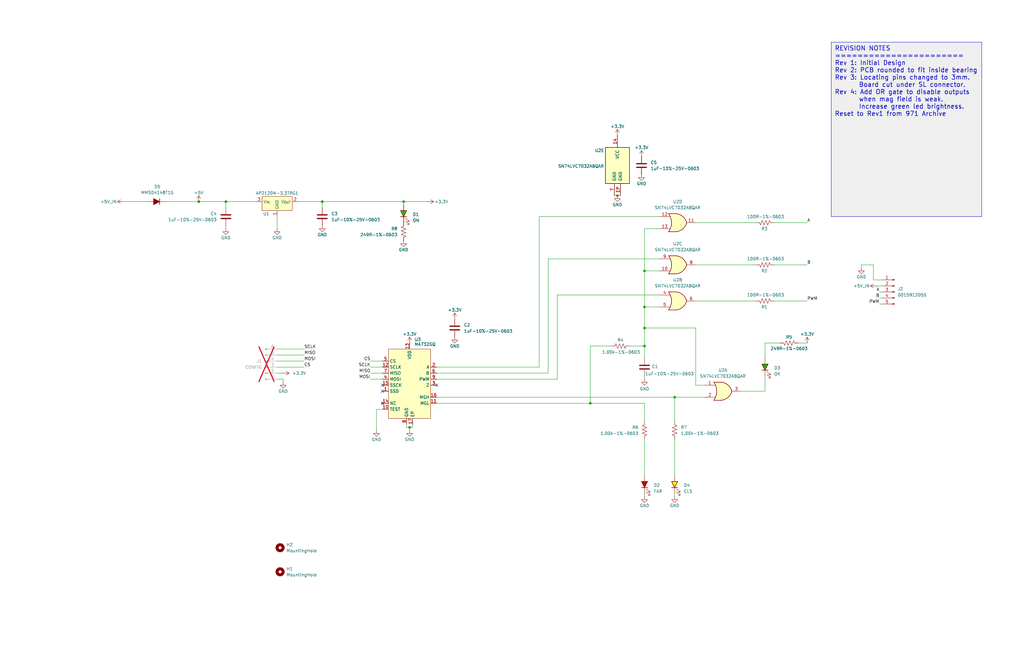
<source format=kicad_sch>
(kicad_sch (version 20250114) (generator "eeschema") (generator_version "9.0")
  (paper "B")
  (title_block (title "WCP Mag Encoder (WCP-2435)") (date "2025-09-20") (rev "1"))
  (lib_symbols
    (symbol "74LS32_1" (pin_names (offset 1.016))
      (property "Reference" "U3" (at 0 8.89 0))
      (property "Value" "SN74LVC7032ABQAR" (at 0 6.35 0))
      (symbol "74LS32_1_1_1"
        (pin input line (at -7.62 2.54 0) (length 4.318) (name "~") (number "1"))
        (pin input line (at -7.62 -2.54 0) (length 4.318) (name "~") (number "2"))
        (pin output line (at 7.62 0 180) (length 3.81) (name "~") (number "3"))
      )
      (symbol "74LS32_1_1_2"
        (pin input inverted (at -7.62 2.54 0) (length 3.81) (name "~") (number "1"))
        (pin input inverted (at -7.62 -2.54 0) (length 3.81) (name "~") (number "2"))
        (pin output inverted (at 7.62 0 180) (length 3.81) (name "~") (number "3"))
      )
      (symbol "74LS32_1_2_1"
        (pin input line (at -7.62 2.54 0) (length 4.318) (name "~") (number "4"))
        (pin input line (at -7.62 -2.54 0) (length 4.318) (name "~") (number "5"))
        (pin output line (at 7.62 0 180) (length 3.81) (name "~") (number "6"))
      )
      (symbol "74LS32_1_2_2"
        (pin input inverted (at -7.62 2.54 0) (length 3.81) (name "~") (number "4"))
        (pin input inverted (at -7.62 -2.54 0) (length 3.81) (name "~") (number "5"))
        (pin output inverted (at 7.62 0 180) (length 3.81) (name "~") (number "6"))
      )
      (symbol "74LS32_1_3_1"
        (pin input line (at -7.62 2.54 0) (length 4.318) (name "~") (number "9"))
        (pin input line (at -7.62 -2.54 0) (length 4.318) (name "~") (number "10"))
        (pin output line (at 7.62 0 180) (length 3.81) (name "~") (number "8"))
      )
      (symbol "74LS32_1_3_2"
        (pin input inverted (at -7.62 2.54 0) (length 3.81) (name "~") (number "9"))
        (pin input inverted (at -7.62 -2.54 0) (length 3.81) (name "~") (number "10"))
        (pin output inverted (at 7.62 0 180) (length 3.81) (name "~") (number "8"))
      )
      (symbol "74LS32_1_4_1"
        (pin input line (at -7.62 2.54 0) (length 4.318) (name "~") (number "12"))
        (pin input line (at -7.62 -2.54 0) (length 4.318) (name "~") (number "13"))
        (pin output line (at 7.62 0 180) (length 3.81) (name "~") (number "11"))
      )
      (symbol "74LS32_1_4_2"
        (pin input inverted (at -7.62 2.54 0) (length 3.81) (name "~") (number "12"))
        (pin input inverted (at -7.62 -2.54 0) (length 3.81) (name "~") (number "13"))
        (pin output inverted (at 7.62 0 180) (length 3.81) (name "~") (number "11"))
      )
      (symbol "74LS32_1_5_0"
        (pin power_in line (at -1.27 -12.7 90) (length 5.08) (name "GND") (number "7"))
        (pin power_in line (at 0 12.7 270) (length 5.08) (name "VCC") (number "14"))
        (pin power_in line (at 1.27 -12.7 90) (length 5.08) (name "GND") (number "EP"))
      )
    )
    (symbol "74LS32_2" (pin_names (offset 1.016))
      (property "Reference" "U3" (at 0 8.89 0))
      (property "Value" "SN74LVC7032ABQAR" (at 0 6.35 0))
      (symbol "74LS32_2_1_1"
        (pin input line (at -7.62 2.54 0) (length 4.318) (name "~") (number "1"))
        (pin input line (at -7.62 -2.54 0) (length 4.318) (name "~") (number "2"))
        (pin output line (at 7.62 0 180) (length 3.81) (name "~") (number "3"))
      )
      (symbol "74LS32_2_1_2"
        (pin input inverted (at -7.62 2.54 0) (length 3.81) (name "~") (number "1"))
        (pin input inverted (at -7.62 -2.54 0) (length 3.81) (name "~") (number "2"))
        (pin output inverted (at 7.62 0 180) (length 3.81) (name "~") (number "3"))
      )
      (symbol "74LS32_2_2_1"
        (pin input line (at -7.62 2.54 0) (length 4.318) (name "~") (number "4"))
        (pin input line (at -7.62 -2.54 0) (length 4.318) (name "~") (number "5"))
        (pin output line (at 7.62 0 180) (length 3.81) (name "~") (number "6"))
      )
      (symbol "74LS32_2_2_2"
        (pin input inverted (at -7.62 2.54 0) (length 3.81) (name "~") (number "4"))
        (pin input inverted (at -7.62 -2.54 0) (length 3.81) (name "~") (number "5"))
        (pin output inverted (at 7.62 0 180) (length 3.81) (name "~") (number "6"))
      )
      (symbol "74LS32_2_3_1"
        (pin input line (at -7.62 2.54 0) (length 4.318) (name "~") (number "9"))
        (pin input line (at -7.62 -2.54 0) (length 4.318) (name "~") (number "10"))
        (pin output line (at 7.62 0 180) (length 3.81) (name "~") (number "8"))
      )
      (symbol "74LS32_2_3_2"
        (pin input inverted (at -7.62 2.54 0) (length 3.81) (name "~") (number "9"))
        (pin input inverted (at -7.62 -2.54 0) (length 3.81) (name "~") (number "10"))
        (pin output inverted (at 7.62 0 180) (length 3.81) (name "~") (number "8"))
      )
      (symbol "74LS32_2_4_1"
        (pin input line (at -7.62 2.54 0) (length 4.318) (name "~") (number "12"))
        (pin input line (at -7.62 -2.54 0) (length 4.318) (name "~") (number "13"))
        (pin output line (at 7.62 0 180) (length 3.81) (name "~") (number "11"))
      )
      (symbol "74LS32_2_4_2"
        (pin input inverted (at -7.62 2.54 0) (length 3.81) (name "~") (number "12"))
        (pin input inverted (at -7.62 -2.54 0) (length 3.81) (name "~") (number "13"))
        (pin output inverted (at 7.62 0 180) (length 3.81) (name "~") (number "11"))
      )
      (symbol "74LS32_2_5_0"
        (pin power_in line (at -1.27 -12.7 90) (length 5.08) (name "GND") (number "7"))
        (pin power_in line (at 0 12.7 270) (length 5.08) (name "VCC") (number "14"))
        (pin power_in line (at 1.27 -12.7 90) (length 5.08) (name "GND") (number "EP"))
      )
    )
    (symbol "74LS32_3" (pin_names (offset 1.016))
      (property "Reference" "U3" (at 0 8.89 0))
      (property "Value" "SN74LVC7032ABQAR" (at 0 6.35 0))
      (symbol "74LS32_3_1_1"
        (pin input line (at -7.62 2.54 0) (length 4.318) (name "~") (number "1"))
        (pin input line (at -7.62 -2.54 0) (length 4.318) (name "~") (number "2"))
        (pin output line (at 7.62 0 180) (length 3.81) (name "~") (number "3"))
      )
      (symbol "74LS32_3_1_2"
        (pin input inverted (at -7.62 2.54 0) (length 3.81) (name "~") (number "1"))
        (pin input inverted (at -7.62 -2.54 0) (length 3.81) (name "~") (number "2"))
        (pin output inverted (at 7.62 0 180) (length 3.81) (name "~") (number "3"))
      )
      (symbol "74LS32_3_2_1"
        (pin input line (at -7.62 2.54 0) (length 4.318) (name "~") (number "4"))
        (pin input line (at -7.62 -2.54 0) (length 4.318) (name "~") (number "5"))
        (pin output line (at 7.62 0 180) (length 3.81) (name "~") (number "6"))
      )
      (symbol "74LS32_3_2_2"
        (pin input inverted (at -7.62 2.54 0) (length 3.81) (name "~") (number "4"))
        (pin input inverted (at -7.62 -2.54 0) (length 3.81) (name "~") (number "5"))
        (pin output inverted (at 7.62 0 180) (length 3.81) (name "~") (number "6"))
      )
      (symbol "74LS32_3_3_1"
        (pin input line (at -7.62 2.54 0) (length 4.318) (name "~") (number "9"))
        (pin input line (at -7.62 -2.54 0) (length 4.318) (name "~") (number "10"))
        (pin output line (at 7.62 0 180) (length 3.81) (name "~") (number "8"))
      )
      (symbol "74LS32_3_3_2"
        (pin input inverted (at -7.62 2.54 0) (length 3.81) (name "~") (number "9"))
        (pin input inverted (at -7.62 -2.54 0) (length 3.81) (name "~") (number "10"))
        (pin output inverted (at 7.62 0 180) (length 3.81) (name "~") (number "8"))
      )
      (symbol "74LS32_3_4_1"
        (pin input line (at -7.62 2.54 0) (length 4.318) (name "~") (number "12"))
        (pin input line (at -7.62 -2.54 0) (length 4.318) (name "~") (number "13"))
        (pin output line (at 7.62 0 180) (length 3.81) (name "~") (number "11"))
      )
      (symbol "74LS32_3_4_2"
        (pin input inverted (at -7.62 2.54 0) (length 3.81) (name "~") (number "12"))
        (pin input inverted (at -7.62 -2.54 0) (length 3.81) (name "~") (number "13"))
        (pin output inverted (at 7.62 0 180) (length 3.81) (name "~") (number "11"))
      )
      (symbol "74LS32_3_5_0"
        (pin power_in line (at -1.27 -12.7 90) (length 5.08) (name "GND") (number "7"))
        (pin power_in line (at 0 12.7 270) (length 5.08) (name "VCC") (number "14"))
        (pin power_in line (at 1.27 -12.7 90) (length 5.08) (name "GND") (number "EP"))
      )
    )
    (symbol "74LS32_4" (pin_names (offset 1.016))
      (property "Reference" "U3" (at 0 8.89 0))
      (property "Value" "SN74LVC7032ABQAR" (at 0 6.35 0))
      (symbol "74LS32_4_1_1"
        (pin input line (at -7.62 2.54 0) (length 4.318) (name "~") (number "1"))
        (pin input line (at -7.62 -2.54 0) (length 4.318) (name "~") (number "2"))
        (pin output line (at 7.62 0 180) (length 3.81) (name "~") (number "3"))
      )
      (symbol "74LS32_4_1_2"
        (pin input inverted (at -7.62 2.54 0) (length 3.81) (name "~") (number "1"))
        (pin input inverted (at -7.62 -2.54 0) (length 3.81) (name "~") (number "2"))
        (pin output inverted (at 7.62 0 180) (length 3.81) (name "~") (number "3"))
      )
      (symbol "74LS32_4_2_1"
        (pin input line (at -7.62 2.54 0) (length 4.318) (name "~") (number "4"))
        (pin input line (at -7.62 -2.54 0) (length 4.318) (name "~") (number "5"))
        (pin output line (at 7.62 0 180) (length 3.81) (name "~") (number "6"))
      )
      (symbol "74LS32_4_2_2"
        (pin input inverted (at -7.62 2.54 0) (length 3.81) (name "~") (number "4"))
        (pin input inverted (at -7.62 -2.54 0) (length 3.81) (name "~") (number "5"))
        (pin output inverted (at 7.62 0 180) (length 3.81) (name "~") (number "6"))
      )
      (symbol "74LS32_4_3_1"
        (pin input line (at -7.62 2.54 0) (length 4.318) (name "~") (number "9"))
        (pin input line (at -7.62 -2.54 0) (length 4.318) (name "~") (number "10"))
        (pin output line (at 7.62 0 180) (length 3.81) (name "~") (number "8"))
      )
      (symbol "74LS32_4_3_2"
        (pin input inverted (at -7.62 2.54 0) (length 3.81) (name "~") (number "9"))
        (pin input inverted (at -7.62 -2.54 0) (length 3.81) (name "~") (number "10"))
        (pin output inverted (at 7.62 0 180) (length 3.81) (name "~") (number "8"))
      )
      (symbol "74LS32_4_4_1"
        (pin input line (at -7.62 2.54 0) (length 4.318) (name "~") (number "12"))
        (pin input line (at -7.62 -2.54 0) (length 4.318) (name "~") (number "13"))
        (pin output line (at 7.62 0 180) (length 3.81) (name "~") (number "11"))
      )
      (symbol "74LS32_4_4_2"
        (pin input inverted (at -7.62 2.54 0) (length 3.81) (name "~") (number "12"))
        (pin input inverted (at -7.62 -2.54 0) (length 3.81) (name "~") (number "13"))
        (pin output inverted (at 7.62 0 180) (length 3.81) (name "~") (number "11"))
      )
      (symbol "74LS32_4_5_0"
        (pin power_in line (at -1.27 -12.7 90) (length 5.08) (name "GND") (number "7"))
        (pin power_in line (at 0 12.7 270) (length 5.08) (name "VCC") (number "14"))
        (pin power_in line (at 1.27 -12.7 90) (length 5.08) (name "GND") (number "EP"))
      )
    )
    (symbol "74xx:74LS32" (pin_names (offset 1.016))
      (property "Reference" "U3" (at 0 8.89 0))
      (property "Value" "SN74LVC7032ABQAR" (at 0 6.35 0))
      (symbol "74LS32_1_1"
        (pin input line (at -7.62 2.54 0) (length 4.318) (name "~") (number "1"))
        (pin input line (at -7.62 -2.54 0) (length 4.318) (name "~") (number "2"))
        (pin output line (at 7.62 0 180) (length 3.81) (name "~") (number "3"))
      )
      (symbol "74LS32_1_2"
        (pin input inverted (at -7.62 2.54 0) (length 3.81) (name "~") (number "1"))
        (pin input inverted (at -7.62 -2.54 0) (length 3.81) (name "~") (number "2"))
        (pin output inverted (at 7.62 0 180) (length 3.81) (name "~") (number "3"))
      )
      (symbol "74LS32_2_1"
        (pin input line (at -7.62 2.54 0) (length 4.318) (name "~") (number "4"))
        (pin input line (at -7.62 -2.54 0) (length 4.318) (name "~") (number "5"))
        (pin output line (at 7.62 0 180) (length 3.81) (name "~") (number "6"))
      )
      (symbol "74LS32_2_2"
        (pin input inverted (at -7.62 2.54 0) (length 3.81) (name "~") (number "4"))
        (pin input inverted (at -7.62 -2.54 0) (length 3.81) (name "~") (number "5"))
        (pin output inverted (at 7.62 0 180) (length 3.81) (name "~") (number "6"))
      )
      (symbol "74LS32_3_1"
        (pin input line (at -7.62 2.54 0) (length 4.318) (name "~") (number "9"))
        (pin input line (at -7.62 -2.54 0) (length 4.318) (name "~") (number "10"))
        (pin output line (at 7.62 0 180) (length 3.81) (name "~") (number "8"))
      )
      (symbol "74LS32_3_2"
        (pin input inverted (at -7.62 2.54 0) (length 3.81) (name "~") (number "9"))
        (pin input inverted (at -7.62 -2.54 0) (length 3.81) (name "~") (number "10"))
        (pin output inverted (at 7.62 0 180) (length 3.81) (name "~") (number "8"))
      )
      (symbol "74LS32_4_1"
        (pin input line (at -7.62 2.54 0) (length 4.318) (name "~") (number "12"))
        (pin input line (at -7.62 -2.54 0) (length 4.318) (name "~") (number "13"))
        (pin output line (at 7.62 0 180) (length 3.81) (name "~") (number "11"))
      )
      (symbol "74LS32_4_2"
        (pin input inverted (at -7.62 2.54 0) (length 3.81) (name "~") (number "12"))
        (pin input inverted (at -7.62 -2.54 0) (length 3.81) (name "~") (number "13"))
        (pin output inverted (at 7.62 0 180) (length 3.81) (name "~") (number "11"))
      )
      (symbol "74LS32_5_0"
        (pin power_in line (at -1.27 -12.7 90) (length 5.08) (name "GND") (number "7"))
        (pin power_in line (at 0 12.7 270) (length 5.08) (name "VCC") (number "14"))
        (pin power_in line (at 1.27 -12.7 90) (length 5.08) (name "GND") (number "EP"))
      )
    )
    (symbol "Connector:Conn_01x05_Pin" (pin_names (offset 1.016) (hide yes))
      (property "Reference" "J" (at 0 7.62 0))
      (property "Value" "Conn_01x05_Pin" (at 0 -7.62 0))
      (symbol "Conn_01x05_Pin_1_1"
        (pin passive line (at 5.08 5.08 180) (length 3.81) (name "Pin_1") (number "1"))
        (pin passive line (at 5.08 2.54 180) (length 3.81) (name "Pin_2") (number "2"))
        (pin passive line (at 5.08 0 180) (length 3.81) (name "Pin_3") (number "3"))
        (pin passive line (at 5.08 -2.54 180) (length 3.81) (name "Pin_4") (number "4"))
        (pin passive line (at 5.08 -5.08 180) (length 3.81) (name "Pin_5") (number "5"))
      )
    )
    (symbol "Connector:Conn_01x06_Pin" (pin_names (offset 1.016) (hide yes))
      (property "Reference" "J" (at 0 7.62 0))
      (property "Value" "Conn_01x06_Pin" (at 0 -10.16 0))
      (symbol "Conn_01x06_Pin_1_1"
        (pin passive line (at 5.08 5.08 180) (length 3.81) (name "Pin_1") (number "1"))
        (pin passive line (at 5.08 2.54 180) (length 3.81) (name "Pin_2") (number "2"))
        (pin passive line (at 5.08 0 180) (length 3.81) (name "Pin_3") (number "3"))
        (pin passive line (at 5.08 -2.54 180) (length 3.81) (name "Pin_4") (number "4"))
        (pin passive line (at 5.08 -5.08 180) (length 3.81) (name "Pin_5") (number "5"))
        (pin passive line (at 5.08 -7.62 180) (length 3.81) (name "Pin_6") (number "6"))
      )
    )
    (symbol "Device:C" (pin_numbers (hide yes)) (pin_names (offset 0.254))
      (property "Reference" "C" (at 0.635 2.54 0))
      (property "Value" "C" (at 0.635 -2.54 0))
      (symbol "C_1_1"
        (pin passive line (at 0 3.81 270) (length 2.794) (name "~") (number "1"))
        (pin passive line (at 0 -3.81 90) (length 2.794) (name "~") (number "2"))
      )
    )
    (symbol "Device:D_Schottky" (pin_numbers (hide yes)) (pin_names (offset 1.016) (hide yes))
      (property "Reference" "D2" (at -0.3175 -6.35 0))
      (property "Value" "MMSD4148T1G" (at -0.3175 -3.81 0))
      (symbol "D_Schottky_1_1"
        (pin passive line (at -3.81 0 0) (length 2.54) (name "K") (number "1"))
        (pin passive line (at 3.81 0 180) (length 2.54) (name "A") (number "2"))
      )
    )
    (symbol "Device:LED" (pin_numbers (hide yes)) (pin_names (offset 1.016) (hide yes))
      (property "Reference" "D1" (at -0.3174 -3.81 90))
      (property "Value" "LED" (at -2.8574 -3.81 90))
      (symbol "LED_1_1"
        (pin passive line (at -3.81 0 0) (length 2.54) (name "K") (number "1"))
        (pin passive line (at 3.81 0 180) (length 2.54) (name "A") (number "2"))
      )
    )
    (symbol "Device:R_US" (pin_numbers (hide yes)) (pin_names (offset 0))
      (property "Reference" "R" (at 2.54 0 90))
      (property "Value" "R_US" (at -2.54 0 90))
      (symbol "R_US_1_1"
        (pin passive line (at 0 3.81 270) (length 1.27) (name "~") (number "1"))
        (pin passive line (at 0 -3.81 90) (length 1.27) (name "~") (number "2"))
      )
    )
    (symbol "LED_1" (pin_numbers (hide yes)) (pin_names (offset 1.016) (hide yes))
      (property "Reference" "D2" (at -0.3174 -3.81 90))
      (property "Value" "LOW" (at -2.8574 -3.81 90))
      (symbol "LED_1_1_1"
        (pin passive line (at -3.81 0 0) (length 2.54) (name "K") (number "1"))
        (pin passive line (at 3.81 0 180) (length 2.54) (name "A") (number "2"))
      )
    )
    (symbol "LED_2" (pin_numbers (hide yes)) (pin_names (offset 1.016) (hide yes))
      (property "Reference" "D4" (at -0.3174 -3.81 90))
      (property "Value" "CLS" (at -2.8574 -3.81 90))
      (symbol "LED_2_1_1"
        (pin passive line (at -3.81 0 0) (length 2.54) (name "K") (number "1"))
        (pin passive line (at 3.81 0 180) (length 2.54) (name "A") (number "2"))
      )
    )
    (symbol "LED_3" (pin_numbers (hide yes)) (pin_names (offset 1.016) (hide yes))
      (property "Reference" "D1" (at -0.3174 -3.81 90))
      (property "Value" "ON" (at -2.8574 -3.81 90))
      (symbol "LED_3_1_1"
        (pin passive line (at -3.81 0 0) (length 2.54) (name "K") (number "1"))
        (pin passive line (at 3.81 0 180) (length 2.54) (name "A") (number "2"))
      )
    )
    (symbol "Mechanical:MountingHole" (pin_names (offset 1.016)) (exclude_from_sim yes) (in_bom no)
      (property "Reference" "H" (at 0 5.08 0))
      (property "Value" "MountingHole" (at 0 3.175 0))
    )
    (symbol "mag-encoder:AP2120N-3.3TRG1"
      (symbol "AP2120N-3.3TRG1_1_1"
        (pin power_in line (at -8.89 -2.54 0) (length 2.54) (name "V_{IN}") (number "3"))
        (pin passive line (at 0 -8.89 90) (length 2.54) (name "GND") (number "1"))
        (pin power_out line (at 8.89 -2.54 180) (length 2.54) (name "V_{OUT}") (number "2"))
      )
    )
    (symbol "mag-encoder:MA732GQ"
      (property "Reference" "U1" (at 2.032 5.334 0))
      (property "Value" "MA732GQ" (at 2.032 3.302 0))
      (symbol "MA732GQ_1_1"
        (pin input line (at -11.43 -3.81 0) (length 2.54) (name "CS") (number "5"))
        (pin input line (at -11.43 -6.35 0) (length 2.54) (name "SCLK") (number "12"))
        (pin input line (at -11.43 -8.89 0) (length 2.54) (name "MISO") (number "7"))
        (pin input line (at -11.43 -11.43 0) (length 2.54) (name "MOSI") (number "4"))
        (pin input line (at -11.43 -13.97 0) (length 2.54) (name "SSCK") (number "15"))
        (pin output line (at -11.43 -16.51 0) (length 2.54) (name "SSD") (number "1"))
        (pin no_connect line (at -11.43 -21.59 0) (length 2.54) (name "NC") (number "14"))
        (pin input line (at -11.43 -24.13 0) (length 2.54) (name "TEST") (number "10"))
        (pin passive line (at -1.27 -30.48 90) (length 2.54) (name "GND") (number "8"))
        (pin power_in line (at 0 3.81 270) (length 2.54) (name "VDD") (number "13"))
        (pin passive line (at 1.27 -30.48 90) (length 2.54) (name "EP") (number "17"))
        (pin output line (at 11.43 -6.35 180) (length 2.54) (name "A") (number "2"))
        (pin output line (at 11.43 -8.89 180) (length 2.54) (name "B") (number "6"))
        (pin output line (at 11.43 -11.43 180) (length 2.54) (name "PWM") (number "9"))
        (pin output line (at 11.43 -13.97 180) (length 2.54) (name "Z") (number "3"))
        (pin output line (at 11.43 -19.05 180) (length 2.54) (name "MGH") (number "16"))
        (pin output line (at 11.43 -21.59 180) (length 2.54) (name "MGL") (number "11"))
      )
    )
    (symbol "power:+3.3V" (power) (pin_numbers (hide yes)) (pin_names (offset 0) (hide yes))
      (property "Value" "+3.3V" (at 0 3.556 0))
      (symbol "+3.3V_1_1"
        (pin power_in line (at 0 0 90) (length 0) (name "~") (number "1"))
      )
    )
    (symbol "power:+5V" (power) (pin_numbers (hide yes)) (pin_names (offset 0) (hide yes))
      (property "Value" "+5V" (at 0 3.556 0))
      (symbol "+5V_1_1"
        (pin power_in line (at 0 0 90) (length 0) (name "~") (number "1"))
      )
    )
    (symbol "power:GND" (power) (pin_numbers (hide yes)) (pin_names (offset 0) (hide yes))
      (property "Value" "GND" (at 0 -3.81 0))
      (symbol "GND_1_1"
        (pin power_in line (at 0 0 270) (length 0) (name "~") (number "1"))
      )
    )
  )
  (text_box "REVISION NOTES\n=======================\nRev 1: Initial Design\nRev 2: PCB rounded to fit inside bearing\nRev 3: Locating pins changed to 3mm.\n       Board cut under SL connector.\nRev 4: Add OR gate to disable outputs\n       when mag field is weak.\n       Increase green led brightness.\nReset to Rev1 from 971 Archive" (at 350.52 17.78 0) (size 63.5 73.66) (margins 1.4288 1.4288 1.4288 1.4288) (fill (type color) (color 194 194 194 0.25)) (effects (font (size 1.905 1.905) (thickness 0.2381)) (justify left top)))
  (junction (at 271.78 138.43))
  (junction (at 271.78 114.3))
  (junction (at 271.78 129.54))
  (junction (at 83.82 85.09))
  (junction (at 135.89 85.09))
  (junction (at 95.25 85.09))
  (junction (at 172.72 180.34))
  (junction (at 170.18 85.09))
  (junction (at 271.78 146.05))
  (junction (at 284.48 167.64))
  (junction (at 260.35 82.55))
  (junction (at 248.92 170.18))
  (no_connect (at 184.15 162.56))
  (no_connect (at 161.29 165.1))
  (no_connect (at 161.29 170.18))
  (no_connect (at 161.29 162.56))
  (wire (pts (xy 125.73 85.09) (xy 135.89 85.09)))
  (wire (pts (xy 271.78 146.05) (xy 271.78 151.13)))
  (wire (pts (xy 257.81 146.05) (xy 248.92 146.05)))
  (wire (pts (xy 135.89 85.09) (xy 135.89 87.63)))
  (wire (pts (xy 328.93 144.78) (xy 322.58 144.78)))
  (wire (pts (xy 271.78 129.54) (xy 278.13 129.54)))
  (wire (pts (xy 156.21 157.48) (xy 161.29 157.48)))
  (wire (pts (xy 173.99 180.34) (xy 172.72 180.34)))
  (wire (pts (xy 116.84 154.94) (xy 128.27 154.94)))
  (wire (pts (xy 265.43 146.05) (xy 271.78 146.05)))
  (wire (pts (xy 83.82 85.09) (xy 95.25 85.09)))
  (wire (pts (xy 231.14 109.22) (xy 231.14 157.48)))
  (wire (pts (xy 278.13 109.22) (xy 231.14 109.22)))
  (wire (pts (xy 52.07 85.09) (xy 62.23 85.09)))
  (wire (pts (xy 278.13 91.44) (xy 227.33 91.44)))
  (wire (pts (xy 271.78 185.42) (xy 271.78 200.66)))
  (wire (pts (xy 116.84 149.86) (xy 128.27 149.86)))
  (wire (pts (xy 326.39 127) (xy 340.36 127)))
  (wire (pts (xy 184.15 167.64) (xy 284.48 167.64)))
  (wire (pts (xy 370.84 123.19) (xy 372.11 123.19)))
  (wire (pts (xy 271.78 208.28) (xy 271.78 209.55)))
  (wire (pts (xy 171.45 179.07) (xy 171.45 180.34)))
  (wire (pts (xy 278.13 96.52) (xy 271.78 96.52)))
  (wire (pts (xy 368.3 111.76) (xy 363.22 111.76)))
  (wire (pts (xy 363.22 111.76) (xy 363.22 113.03)))
  (wire (pts (xy 326.39 111.76) (xy 340.36 111.76)))
  (wire (pts (xy 172.72 180.34) (xy 172.72 181.61)))
  (wire (pts (xy 180.34 85.09) (xy 170.18 85.09)))
  (wire (pts (xy 158.75 172.72) (xy 158.75 181.61)))
  (wire (pts (xy 271.78 114.3) (xy 278.13 114.3)))
  (wire (pts (xy 284.48 185.42) (xy 284.48 200.66)))
  (wire (pts (xy 69.85 85.09) (xy 83.82 85.09)))
  (wire (pts (xy 248.92 146.05) (xy 248.92 170.18)))
  (wire (pts (xy 156.21 154.94) (xy 161.29 154.94)))
  (wire (pts (xy 248.92 170.18) (xy 271.78 170.18)))
  (wire (pts (xy 173.99 179.07) (xy 173.99 180.34)))
  (wire (pts (xy 116.84 147.32) (xy 128.27 147.32)))
  (wire (pts (xy 116.84 91.44) (xy 116.84 96.52)))
  (wire (pts (xy 284.48 167.64) (xy 284.48 177.8)))
  (wire (pts (xy 293.37 138.43) (xy 271.78 138.43)))
  (wire (pts (xy 293.37 162.56) (xy 293.37 138.43)))
  (wire (pts (xy 271.78 170.18) (xy 271.78 177.8)))
  (wire (pts (xy 271.78 158.75) (xy 271.78 160.02)))
  (wire (pts (xy 95.25 96.52) (xy 95.25 95.25)))
  (wire (pts (xy 116.84 157.48) (xy 119.38 157.48)))
  (wire (pts (xy 293.37 93.98) (xy 318.77 93.98)))
  (wire (pts (xy 271.78 114.3) (xy 271.78 129.54)))
  (wire (pts (xy 184.15 170.18) (xy 248.92 170.18)))
  (wire (pts (xy 368.3 118.11) (xy 368.3 111.76)))
  (wire (pts (xy 95.25 85.09) (xy 107.95 85.09)))
  (wire (pts (xy 119.38 161.29) (xy 119.38 160.02)))
  (wire (pts (xy 340.36 144.78) (xy 336.55 144.78)))
  (wire (pts (xy 184.15 154.94) (xy 227.33 154.94)))
  (wire (pts (xy 284.48 167.64) (xy 297.18 167.64)))
  (wire (pts (xy 372.11 118.11) (xy 368.3 118.11)))
  (wire (pts (xy 234.95 160.02) (xy 234.95 124.46)))
  (wire (pts (xy 172.72 180.34) (xy 171.45 180.34)))
  (wire (pts (xy 293.37 127) (xy 318.77 127)))
  (wire (pts (xy 119.38 160.02) (xy 116.84 160.02)))
  (wire (pts (xy 227.33 91.44) (xy 227.33 154.94)))
  (wire (pts (xy 156.21 152.4) (xy 161.29 152.4)))
  (wire (pts (xy 161.29 172.72) (xy 158.75 172.72)))
  (wire (pts (xy 271.78 138.43) (xy 271.78 146.05)))
  (wire (pts (xy 297.18 162.56) (xy 293.37 162.56)))
  (wire (pts (xy 234.95 124.46) (xy 278.13 124.46)))
  (wire (pts (xy 135.89 85.09) (xy 170.18 85.09)))
  (wire (pts (xy 271.78 129.54) (xy 271.78 138.43)))
  (wire (pts (xy 326.39 93.98) (xy 340.36 93.98)))
  (wire (pts (xy 284.48 208.28) (xy 284.48 209.55)))
  (wire (pts (xy 293.37 111.76) (xy 318.77 111.76)))
  (wire (pts (xy 184.15 157.48) (xy 231.14 157.48)))
  (wire (pts (xy 95.25 85.09) (xy 95.25 87.63)))
  (wire (pts (xy 312.42 165.1) (xy 322.58 165.1)))
  (wire (pts (xy 322.58 165.1) (xy 322.58 158.75)))
  (wire (pts (xy 259.08 82.55) (xy 260.35 82.55)))
  (wire (pts (xy 260.35 82.55) (xy 261.62 82.55)))
  (wire (pts (xy 271.78 96.52) (xy 271.78 114.3)))
  (wire (pts (xy 370.84 125.73) (xy 372.11 125.73)))
  (wire (pts (xy 156.21 160.02) (xy 161.29 160.02)))
  (wire (pts (xy 322.58 144.78) (xy 322.58 151.13)))
  (wire (pts (xy 370.84 128.27) (xy 372.11 128.27)))
  (wire (pts (xy 116.84 152.4) (xy 128.27 152.4)))
  (wire (pts (xy 170.18 86.36) (xy 170.18 85.09)))
  (wire (pts (xy 184.15 160.02) (xy 234.95 160.02)))
  (wire (pts (xy 369.57 120.65) (xy 372.11 120.65)))
  (label "PWM" (at 370.84 128.27 180))
  (label "SCLK" (at 156.21 154.94 180))
  (label "MISO" (at 128.27 149.86 0))
  (label "MOSI" (at 128.27 152.4 0))
  (label "B" (at 370.84 125.73 180))
  (label "MOSI" (at 156.21 160.02 180))
  (label "A" (at 340.36 93.98 0))
  (label "PWM" (at 340.36 127 0))
  (label "B" (at 340.36 111.76 0))
  (label "SCLK" (at 128.27 147.32 0))
  (label "CS" (at 128.27 154.94 0))
  (label "CS" (at 156.21 152.4 180))
  (label "MISO" (at 156.21 157.48 180))
  (label "A" (at 370.84 123.19 180))
  (symbol (lib_id "power:GND") (at 284.48 209.55 0) (unit 1)
    (property "Reference" "#PWR08" (effects (hide yes)))
    (property "Value" "GND" (at 284.48 213.36 0))
    (property "Description" "Power symbol creates a global label with name \"GND\" , ground" (effects (hide yes)))
  )
  (symbol (lib_name "LED_1") (lib_id "Device:LED") (at 271.78 204.47 90) (unit 1)
    (property "Reference" "D2" (at 275.59 204.7874 90) (effects (justify right)))
    (property "Value" "FAR" (at 275.59 207.3274 90) (effects (justify right)))
    (property "Footprint" "LED_SMD:LED_0603_1608Metric" (effects (hide yes)))
    (property "Datasheet" "Components/Wurth-150060RS75000.pdf" (effects (hide yes)))
    (property "Description" "Light emitting diode" (effects (hide yes)))
    (property "DIST" "Digikey" (effects (hide yes)))
    (property "DIST P/N" "732-4978-1-ND" (effects (hide yes)))
    (property "MFG" "Wurth Electronik" (effects (hide yes)))
    (property "MFG P/N" "150060RS75000" (effects (hide yes)))
  )
  (symbol (lib_id "power:GND") (at 271.78 160.02 0) (mirror y) (unit 1)
    (property "Reference" "#PWR019" (effects (hide yes)))
    (property "Value" "GND" (at 271.78 164.084 0))
    (property "Description" "Power symbol creates a global label with name \"GND\" , ground" (effects (hide yes)))
  )
  (symbol (lib_id "Device:R_US") (at 284.48 181.61 0) (unit 1)
    (property "Reference" "R7" (at 287.02 180.3399 0) (effects (justify left)))
    (property "Value" "1.00k-1%-0603" (at 287.02 182.8799 0) (effects (justify left)))
    (property "Footprint" "Resistor_SMD:R_0603_1608Metric" (effects (hide yes)))
    (property "Description" "Resistor, US symbol" (effects (hide yes)))
    (property "DIST" "Digikey" (effects (hide yes)))
    (property "DIST P/N" "311-1.00KHRCT-ND" (effects (hide yes)))
    (property "MFG" "YAGEO" (effects (hide yes)))
    (property "MFG P/N" "RC0603FR-071KL" (effects (hide yes)))
  )
  (symbol (lib_name "LED_2") (lib_id "Device:LED") (at 284.48 204.47 90) (unit 1)
    (property "Reference" "D4" (at 288.29 204.7874 90) (effects (justify right)))
    (property "Value" "CLS" (at 288.29 207.3274 90) (effects (justify right)))
    (property "Footprint" "LED_SMD:LED_0603_1608Metric" (effects (hide yes)))
    (property "Datasheet" "Components/Wurth-150060RS75000.pdf" (effects (hide yes)))
    (property "Description" "Light emitting diode" (effects (hide yes)))
    (property "DIST" "Digikey" (effects (hide yes)))
    (property "DIST P/N" "732-4981-1-ND" (effects (hide yes)))
    (property "MFG" "Wurth Electronik" (effects (hide yes)))
    (property "MFG P/N" "150060YS75000" (effects (hide yes)))
  )
  (symbol (lib_id "power:GND") (at 158.75 181.61 0) (unit 1)
    (property "Reference" "#PWR02" (effects (hide yes)))
    (property "Value" "GND" (at 158.75 185.42 0))
    (property "Description" "Power symbol creates a global label with name \"GND\" , ground" (effects (hide yes)))
  )
  (symbol (lib_id "Device:R_US") (at 332.74 144.78 270) (mirror x) (unit 1)
    (property "Reference" "R5" (at 332.74 142.24 90))
    (property "Value" "249R-1%-0603" (at 332.74 147.066 90))
    (property "Footprint" "Resistor_SMD:R_0603_1608Metric" (effects (hide yes)))
    (property "Description" "Resistor, US symbol" (effects (hide yes)))
    (property "DIST" "Digikey" (effects (hide yes)))
    (property "DIST P/N" "311-249HRCT-ND" (effects (hide yes)))
    (property "MFG" "YAGEO" (effects (hide yes)))
    (property "MFG P/N" "RC0603FR-07249RL" (effects (hide yes)))
  )
  (symbol (lib_id "Device:R_US") (at 322.58 111.76 90) (mirror x) (unit 1)
    (property "Reference" "R2" (at 322.326 114.3 90))
    (property "Value" "100R-1%-0603" (at 322.834 109.22 90))
    (property "Footprint" "Resistor_SMD:R_0603_1608Metric" (effects (hide yes)))
    (property "Description" "Resistor, US symbol" (effects (hide yes)))
    (property "DIST" "Digikey" (effects (hide yes)))
    (property "DIST P/N" "311-100HRCT-ND" (effects (hide yes)))
    (property "MFG" "YAGEO" (effects (hide yes)))
    (property "MFG P/N" "RC0603FR-07100RL" (effects (hide yes)))
  )
  (symbol (lib_id "power:+3.3V") (at 191.77 134.62 0) (unit 1)
    (property "Reference" "#PWR026" (effects (hide yes)))
    (property "Value" "+3.3V" (at 191.77 130.81 0))
    (property "Description" "Power symbol creates a global label with name \"+3.3V\"" (effects (hide yes)))
  )
  (symbol (lib_id "power:GND") (at 270.51 73.66 0) (unit 1)
    (property "Reference" "#PWR06" (effects (hide yes)))
    (property "Value" "GND" (at 270.51 77.47 0))
    (property "Description" "Power symbol creates a global label with name \"GND\" , ground" (effects (hide yes)))
  )
  (symbol (lib_id "Device:C") (at 271.78 154.94 0) (unit 1)
    (property "Reference" "C1" (at 274.828 154.686 0) (effects (justify left)))
    (property "Value" "1uF-10%-25V-0603" (at 272.034 157.734 0) (effects (justify left)))
    (property "Footprint" "Capacitor_SMD:C_0603_1608Metric" (effects (hide yes)))
    (property "Datasheet" "Components/Kyocera-KGM_X7R.pdf" (effects (hide yes)))
    (property "Description" "Unpolarized capacitor" (effects (hide yes)))
    (property "DIST" "Digikey" (effects (hide yes)))
    (property "DIST P/N" "478-10046-1-ND" (effects (hide yes)))
    (property "MFG" "Kyocera" (effects (hide yes)))
    (property "MFG P/N" "06033C105KAT2A" (effects (hide yes)))
  )
  (symbol (lib_name "74LS32_4") (lib_id "74xx:74LS32") (at 285.75 111.76 0) (unit 3)
    (property "Reference" "U2" (at 285.75 102.87 0))
    (property "Value" "SN74LVC7032ABQAR" (at 285.75 105.41 0))
    (property "Footprint" "mag-encoder:TI-WQFN-14-1EP_2.5x3mm_EP_1x1.5mm" (effects (hide yes)))
    (property "Datasheet" "Components/TI-sn74lvc7032a.pdf" (effects (hide yes)))
    (property "Description" "Quad 2-input OR" (effects (hide yes)))
    (property "MFG" "Texas Instruments" (effects (hide yes)))
    (property "MFG P/N" "SN74LVC7032ABQAR" (effects (hide yes)))
    (property "DIST" "Digikey" (effects (hide yes)))
    (property "DIST P/N" "296-SN74LVC7032ABQARCT-ND" (effects (hide yes)))
  )
  (symbol (lib_id "power:+5V") (at 52.07 85.09 90) (mirror x) (unit 1)
    (property "Reference" "#PWR022" (effects (hide yes)))
    (property "Value" "+5V_IN" (at 49.276 85.09 90) (effects (justify left)))
    (property "Description" "Power symbol creates a global label with name \"+5V\"" (effects (hide yes)))
  )
  (symbol (lib_name "74LS32_2") (lib_id "74xx:74LS32") (at 304.8 165.1 0) (unit 1)
    (property "Reference" "U2" (at 304.8 156.21 0))
    (property "Value" "SN74LVC7032ABQAR" (at 304.8 158.75 0))
    (property "Footprint" "mag-encoder:TI-WQFN-14-1EP_2.5x3mm_EP_1x1.5mm" (effects (hide yes)))
    (property "Datasheet" "Components/TI-sn74lvc7032a.pdf" (effects (hide yes)))
    (property "Description" "Quad 2-input OR" (effects (hide yes)))
    (property "MFG" "Texas Instruments" (effects (hide yes)))
    (property "MFG P/N" "SN74LVC7032ABQAR" (effects (hide yes)))
    (property "DIST" "Digikey" (effects (hide yes)))
    (property "DIST P/N" "296-SN74LVC7032ABQARCT-ND" (effects (hide yes)))
  )
  (symbol (lib_id "power:GND") (at 95.25 96.52 0) (mirror y) (unit 1)
    (property "Reference" "#PWR014" (effects (hide yes)))
    (property "Value" "GND" (at 95.25 100.33 0))
    (property "Description" "Power symbol creates a global label with name \"GND\" , ground" (effects (hide yes)))
  )
  (symbol (lib_id "Device:D_Schottky") (at 66.04 85.09 180) (unit 1)
    (property "Reference" "D5" (at 66.3575 78.74 0))
    (property "Value" "MMSD4148T1G" (at 66.3575 81.28 0))
    (property "Footprint" "Diode_SMD:D_SOD-123" (effects (hide yes)))
    (property "Datasheet" "Components/onsemi-MMSD4148T1-D.PDF" (effects (hide yes)))
    (property "Description" "Diode 100 V 200mA Surface Mount SOD-123" (effects (hide yes)))
    (property "MFG" "onsemi" (effects (hide yes)))
    (property "MFG P/N" "MMSD4148T1G" (effects (hide yes)))
    (property "DIST" "Digikey" (effects (hide yes)))
    (property "DIST P/N" "MMSD4148T1GOSCT-ND" (effects (hide yes)))
  )
  (symbol (lib_id "power:GND") (at 191.77 142.24 0) (unit 1)
    (property "Reference" "#PWR027" (effects (hide yes)))
    (property "Value" "GND" (at 191.77 146.05 0))
    (property "Description" "Power symbol creates a global label with name \"GND\" , ground" (effects (hide yes)))
  )
  (symbol (lib_name "74LS32_1") (lib_id "74xx:74LS32") (at 260.35 69.85 0) (unit 5)
    (property "Reference" "U2" (at 254.762 63.5 0) (effects (justify right)))
    (property "Value" "SN74LVC7032ABQAR" (at 254.762 70.104 0) (effects (justify right)))
    (property "Footprint" "mag-encoder:TI-WQFN-14-1EP_2.5x3mm_EP_1x1.5mm" (effects (hide yes)))
    (property "Datasheet" "Components/TI-sn74lvc7032a.pdf" (effects (hide yes)))
    (property "Description" "Quad 2-input OR" (effects (hide yes)))
    (property "MFG" "Texas Instruments" (effects (hide yes)))
    (property "MFG P/N" "SN74LVC7032ABQAR" (effects (hide yes)))
    (property "DIST" "Digikey" (effects (hide yes)))
    (property "DIST P/N" "296-SN74LVC7032ABQARCT-ND" (effects (hide yes)))
  )
  (symbol (lib_id "power:+5V") (at 83.82 85.09 0) (unit 1)
    (property "Reference" "#PWR013" (effects (hide yes)))
    (property "Value" "+5V" (at 83.82 82.042 0) (effects (justify bottom)))
    (property "Description" "Power symbol creates a global label with name \"+5V\"" (effects (hide yes)))
  )
  (symbol (lib_id "Mechanical:MountingHole") (at 118.11 241.3 0) (unit 1) (exclude_from_sim yes) (in_bom no)
    (property "Reference" "H1" (at 120.7286 240.0299 0) (effects (justify left)))
    (property "Value" "MountingHole" (at 120.7286 242.5699 0) (effects (justify left)))
    (property "Footprint" "mag-encoder:pin-0.100" (effects (hide yes)))
    (property "Description" "Mounting Hole without connection" (effects (hide yes)))
  )
  (symbol (lib_id "Connector:Conn_01x06_Pin") (at 111.76 154.94 0) (mirror x) (unit 1) (in_bom no) (dnp yes)
    (property "Reference" "J1" (at 110.49 152.3999 0) (effects (justify right)))
    (property "Value" "CONFIG" (at 110.49 154.9399 0) (effects (justify right)))
    (property "Footprint" "Connector_PinHeader_2.54mm:PinHeader_1x06_P2.54mm_Vertical" (effects (hide yes)))
    (property "Description" "Generic connector, single row, 01x06, script generated" (effects (hide yes)))
  )
  (symbol (lib_id "Device:R_US") (at 322.58 93.98 90) (mirror x) (unit 1)
    (property "Reference" "R3" (at 322.326 96.52 90))
    (property "Value" "100R-1%-0603" (at 322.834 91.44 90))
    (property "Footprint" "Resistor_SMD:R_0603_1608Metric" (effects (hide yes)))
    (property "Description" "Resistor, US symbol" (effects (hide yes)))
    (property "DIST" "Digikey" (effects (hide yes)))
    (property "DIST P/N" "311-100HRCT-ND" (effects (hide yes)))
    (property "MFG" "YAGEO" (effects (hide yes)))
    (property "MFG P/N" "RC0603FR-07100RL" (effects (hide yes)))
  )
  (symbol (lib_id "power:GND") (at 119.38 161.29 0) (unit 1)
    (property "Reference" "#PWR015" (effects (hide yes)))
    (property "Value" "GND" (at 119.38 165.1 0))
    (property "Description" "Power symbol creates a global label with name \"GND\" , ground" (effects (hide yes)))
  )
  (symbol (lib_id "power:GND") (at 135.89 95.25 0) (unit 1)
    (property "Reference" "#PWR016" (effects (hide yes)))
    (property "Value" "GND" (at 135.89 99.06 0))
    (property "Description" "Power symbol creates a global label with name \"GND\" , ground" (effects (hide yes)))
  )
  (symbol (lib_id "power:+5V") (at 369.57 120.65 90) (mirror x) (unit 1)
    (property "Reference" "#PWR010" (effects (hide yes)))
    (property "Value" "+5V_IN" (at 366.776 120.65 90) (effects (justify left)))
    (property "Description" "Power symbol creates a global label with name \"+5V\"" (effects (hide yes)))
  )
  (symbol (lib_id "power:+3.3V") (at 260.35 57.15 0) (unit 1)
    (property "Reference" "#PWR017" (effects (hide yes)))
    (property "Value" "+3.3V" (at 260.35 53.34 0))
    (property "Description" "Power symbol creates a global label with name \"+3.3V\"" (effects (hide yes)))
  )
  (symbol (lib_name "74LS32_3") (lib_id "74xx:74LS32") (at 285.75 127 0) (unit 2)
    (property "Reference" "U2" (at 285.75 118.11 0))
    (property "Value" "SN74LVC7032ABQAR" (at 285.75 120.65 0))
    (property "Footprint" "mag-encoder:TI-WQFN-14-1EP_2.5x3mm_EP_1x1.5mm" (effects (hide yes)))
    (property "Datasheet" "Components/TI-sn74lvc7032a.pdf" (effects (hide yes)))
    (property "Description" "Quad 2-input OR" (effects (hide yes)))
    (property "MFG" "Texas Instruments" (effects (hide yes)))
    (property "MFG P/N" "SN74LVC7032ABQAR" (effects (hide yes)))
    (property "DIST" "Digikey" (effects (hide yes)))
    (property "DIST P/N" "296-SN74LVC7032ABQARCT-ND" (effects (hide yes)))
  )
  (symbol (lib_id "power:+3.3V") (at 172.72 144.78 0) (unit 1)
    (property "Reference" "#PWR03" (effects (hide yes)))
    (property "Value" "+3.3V" (at 172.72 140.97 0))
    (property "Description" "Power symbol creates a global label with name \"+3.3V\"" (effects (hide yes)))
  )
  (symbol (lib_id "power:+3.3V") (at 180.34 85.09 270) (unit 1)
    (property "Reference" "#PWR011" (effects (hide yes)))
    (property "Value" "+3.3V" (at 183.134 85.09 90) (effects (justify left)))
    (property "Description" "Power symbol creates a global label with name \"+3.3V\"" (effects (hide yes)))
  )
  (symbol (lib_id "power:GND") (at 172.72 181.61 0) (unit 1)
    (property "Reference" "#PWR01" (effects (hide yes)))
    (property "Value" "GND" (at 172.72 185.42 0))
    (property "Description" "Power symbol creates a global label with name \"GND\" , ground" (effects (hide yes)))
  )
  (symbol (lib_id "Device:R_US") (at 271.78 181.61 0) (mirror y) (unit 1)
    (property "Reference" "R6" (at 269.24 180.3399 0) (effects (justify left)))
    (property "Value" "1.00k-1%-0603" (at 269.24 182.8799 0) (effects (justify left)))
    (property "Footprint" "Resistor_SMD:R_0603_1608Metric" (effects (hide yes)))
    (property "Description" "Resistor, US symbol" (effects (hide yes)))
    (property "DIST" "Digikey" (effects (hide yes)))
    (property "DIST P/N" "311-1.00KHRCT-ND" (effects (hide yes)))
    (property "MFG" "YAGEO" (effects (hide yes)))
    (property "MFG P/N" "RC0603FR-071KL" (effects (hide yes)))
  )
  (symbol (lib_id "Device:C") (at 95.25 91.44 0) (mirror y) (unit 1)
    (property "Reference" "C4" (at 91.44 90.1699 0) (effects (justify left)))
    (property "Value" "1uF-10%-25V-0603" (at 91.44 92.7099 0) (effects (justify left)))
    (property "Footprint" "Capacitor_SMD:C_0603_1608Metric" (effects (hide yes)))
    (property "Datasheet" "Components/Kyocera-KGM_X7R.pdf" (effects (hide yes)))
    (property "Description" "Unpolarized capacitor" (effects (hide yes)))
    (property "DIST" "Digikey" (effects (hide yes)))
    (property "DIST P/N" "478-10046-1-ND" (effects (hide yes)))
    (property "MFG" "Kyocera" (effects (hide yes)))
    (property "MFG P/N" "06033C105KAT2A" (effects (hide yes)))
  )
  (symbol (lib_id "power:GND") (at 363.22 113.03 0) (unit 1)
    (property "Reference" "#PWR09" (effects (hide yes)))
    (property "Value" "GND" (at 363.22 116.84 0))
    (property "Description" "Power symbol creates a global label with name \"GND\" , ground" (effects (hide yes)))
  )
  (symbol (lib_id "mag-encoder:AP2120N-3.3TRG1") (at 116.84 82.55 0) (unit 1)
    (property "Reference" "U1" (at 112.268 90.17 0))
    (property "Value" "AP2120N-3.3TRG1" (at 116.84 81.534 0))
    (property "Footprint" "Package_TO_SOT_SMD:SOT-23" (effects (hide yes)))
    (property "Datasheet" "Components/DiodesInc-AP2120.pdf" (effects (hide yes)))
    (property "Description" "Linear Voltage Regulator IC Positive Fixed 1 Output 150mA SOT-23-3" (effects (hide yes)))
    (property "MFG" "Diodes Inc" (effects (hide yes)))
    (property "MFG P/N" "AP2120N-3.3TRG1" (effects (hide yes)))
    (property "DIST" "Digikey" (effects (hide yes)))
    (property "DIST P/N" "AP2120N-3.3TRG1DICT-ND" (effects (hide yes)))
  )
  (symbol (lib_id "74xx:74LS32") (at 285.75 93.98 0) (unit 4)
    (property "Reference" "U2" (at 285.75 85.09 0))
    (property "Value" "SN74LVC7032ABQAR" (at 285.75 87.63 0))
    (property "Footprint" "mag-encoder:TI-WQFN-14-1EP_2.5x3mm_EP_1x1.5mm" (effects (hide yes)))
    (property "Datasheet" "Components/TI-sn74lvc7032a.pdf" (effects (hide yes)))
    (property "Description" "Quad 2-input OR" (effects (hide yes)))
    (property "MFG" "Texas Instruments" (effects (hide yes)))
    (property "MFG P/N" "SN74LVC7032ABQAR" (effects (hide yes)))
    (property "DIST" "Digikey" (effects (hide yes)))
    (property "DIST P/N" "296-SN74LVC7032ABQARCT-ND" (effects (hide yes)))
  )
  (symbol (lib_id "power:+3.3V") (at 340.36 144.78 0) (mirror y) (unit 1)
    (property "Reference" "#PWR04" (effects (hide yes)))
    (property "Value" "+3.3V" (at 340.36 140.97 0))
    (property "Description" "Power symbol creates a global label with name \"+3.3V\"" (effects (hide yes)))
  )
  (symbol (lib_id "Device:R_US") (at 170.18 97.79 0) (mirror y) (unit 1)
    (property "Reference" "R8" (at 167.64 96.5199 0) (effects (justify left)))
    (property "Value" "249R-1%-0603" (at 167.64 99.0599 0) (effects (justify left)))
    (property "Footprint" "Resistor_SMD:R_0603_1608Metric" (effects (hide yes)))
    (property "Description" "Resistor, US symbol" (effects (hide yes)))
    (property "DIST" "Digikey" (effects (hide yes)))
    (property "DIST P/N" "311-249HRCT-ND" (effects (hide yes)))
    (property "MFG" "YAGEO" (effects (hide yes)))
    (property "MFG P/N" "RC0603FR-07249RL" (effects (hide yes)))
  )
  (symbol (lib_id "Device:C") (at 270.51 69.85 0) (unit 1)
    (property "Reference" "C5" (at 274.32 68.5799 0) (effects (justify left)))
    (property "Value" "1uF-10%-25V-0603" (at 274.32 71.1199 0) (effects (justify left)))
    (property "Footprint" "Capacitor_SMD:C_0603_1608Metric" (effects (hide yes)))
    (property "Datasheet" "Components/Kyocera-KGM_X7R.pdf" (effects (hide yes)))
    (property "Description" "Unpolarized capacitor" (effects (hide yes)))
    (property "DIST" "Digikey" (effects (hide yes)))
    (property "DIST P/N" "478-10046-1-ND" (effects (hide yes)))
    (property "MFG" "Kyocera" (effects (hide yes)))
    (property "MFG P/N" "06033C105KAT2A" (effects (hide yes)))
  )
  (symbol (lib_id "Device:C") (at 191.77 138.43 0) (unit 1)
    (property "Reference" "C2" (at 195.58 137.1599 0) (effects (justify left)))
    (property "Value" "1uF-10%-25V-0603" (at 195.58 139.6999 0) (effects (justify left)))
    (property "Footprint" "Capacitor_SMD:C_0603_1608Metric" (effects (hide yes)))
    (property "Datasheet" "Components/Kyocera-KGM_X7R.pdf" (effects (hide yes)))
    (property "Description" "Unpolarized capacitor" (effects (hide yes)))
    (property "DIST" "Digikey" (effects (hide yes)))
    (property "DIST P/N" "478-10046-1-ND" (effects (hide yes)))
    (property "MFG" "Kyocera" (effects (hide yes)))
    (property "MFG P/N" "06033C105KAT2A" (effects (hide yes)))
  )
  (symbol (lib_id "power:GND") (at 271.78 209.55 0) (unit 1)
    (property "Reference" "#PWR07" (effects (hide yes)))
    (property "Value" "GND" (at 271.78 213.36 0))
    (property "Description" "Power symbol creates a global label with name \"GND\" , ground" (effects (hide yes)))
  )
  (symbol (lib_id "power:GND") (at 260.35 82.55 0) (unit 1)
    (property "Reference" "#PWR018" (effects (hide yes)))
    (property "Value" "GND" (at 260.35 86.36 0))
    (property "Description" "Power symbol creates a global label with name \"GND\" , ground" (effects (hide yes)))
  )
  (symbol (lib_id "Connector:Conn_01x05_Pin") (at 377.19 123.19 0) (mirror y) (unit 1)
    (property "Reference" "J2" (at 378.46 121.9199 0) (effects (justify right)))
    (property "Value" "0015912055" (at 378.46 124.4599 0) (effects (justify right)))
    (property "Footprint" "mag-encoder:Molex-70634-0039" (effects (hide yes)))
    (property "Datasheet" "Components/Molex-015912055_sd.pdf" (effects (hide yes)))
    (property "Description" "Connector Header Surface Mount, Right Angle 5 position 0.100\" (2.54mm)" (effects (hide yes)))
    (property "MFG" "Molex" (effects (hide yes)))
    (property "MFG P/N" "0015912055" (effects (hide yes)))
    (property "DIST" "Digikey" (effects (hide yes)))
    (property "DIST P/N" "WM1343-ND" (effects (hide yes)))
  )
  (symbol (lib_id "power:+3.3V") (at 270.51 66.04 0) (unit 1)
    (property "Reference" "#PWR05" (effects (hide yes)))
    (property "Value" "+3.3V" (at 270.51 62.23 0))
    (property "Description" "Power symbol creates a global label with name \"+3.3V\"" (effects (hide yes)))
  )
  (symbol (lib_id "power:+3.3V") (at 119.38 157.48 270) (unit 1)
    (property "Reference" "#PWR012" (effects (hide yes)))
    (property "Value" "+3.3V" (at 123.19 157.48 90) (effects (justify left)))
    (property "Description" "Power symbol creates a global label with name \"+3.3V\"" (effects (hide yes)))
  )
  (symbol (lib_id "Device:LED") (at 322.58 154.94 90) (unit 1)
    (property "Reference" "D3" (at 326.39 155.2574 90) (effects (justify right)))
    (property "Value" "OK" (at 326.39 157.7974 90) (effects (justify right)))
    (property "Footprint" "LED_SMD:LED_0603_1608Metric" (effects (hide yes)))
    (property "Datasheet" "Components/Wurth-150060VS75000.pdf" (effects (hide yes)))
    (property "Description" "Light emitting diode" (effects (hide yes)))
    (property "MFG" "Wurth Electronik" (effects (hide yes)))
    (property "MFG P/N" "150060VS75000" (effects (hide yes)))
    (property "DIST" "Digikey" (effects (hide yes)))
    (property "DIST P/N" "732-4980-1-ND" (effects (hide yes)))
  )
  (symbol (lib_id "mag-encoder:MA732GQ") (at 172.72 148.59 0) (unit 1)
    (property "Reference" "U3" (at 174.752 143.256 0) (effects (justify left)))
    (property "Value" "MA732GQ" (at 174.752 145.288 0) (effects (justify left)))
    (property "Footprint" "mag-encoder:QFN-16-1EP_3x3mm_P0.5mm_EP1.7x1.7mm" (effects (hide yes)))
    (property "Datasheet" "Components/MPS-MA732GQ-Z.pdf" (effects (hide yes)))
    (property "Description" "14 bit, digital angle sensor with ABZ & PWM Outputs" (effects (hide yes)))
    (property "MFG" "Monolithic Power Systems" (effects (hide yes)))
    (property "MFG P/N" "MA732GQ-Z" (effects (hide yes)))
    (property "DIST" "Digikey" (effects (hide yes)))
    (property "DIST P/N" "1589-MA732GQ-ZCT-ND" (effects (hide yes)))
  )
  (symbol (lib_id "Device:R_US") (at 261.62 146.05 90) (unit 1)
    (property "Reference" "R4" (at 261.62 143.51 90))
    (property "Value" "1.00k-1%-0603" (at 261.874 148.59 90))
    (property "Footprint" "Resistor_SMD:R_0603_1608Metric" (effects (hide yes)))
    (property "Description" "Resistor, US symbol" (effects (hide yes)))
    (property "DIST" "Digikey" (effects (hide yes)))
    (property "DIST P/N" "311-1.00KHRCT-ND" (effects (hide yes)))
    (property "MFG" "YAGEO" (effects (hide yes)))
    (property "MFG P/N" "RC0603FR-071KL" (effects (hide yes)))
  )
  (symbol (lib_id "power:GND") (at 170.18 101.6 0) (unit 1)
    (property "Reference" "#PWR023" (effects (hide yes)))
    (property "Value" "GND" (at 170.18 105.41 0))
    (property "Description" "Power symbol creates a global label with name \"GND\" , ground" (effects (hide yes)))
  )
  (symbol (lib_id "Mechanical:MountingHole") (at 118.11 231.14 0) (unit 1) (exclude_from_sim yes) (in_bom no)
    (property "Reference" "H2" (at 120.7286 229.8699 0) (effects (justify left)))
    (property "Value" "MountingHole" (at 120.7286 232.4099 0) (effects (justify left)))
    (property "Footprint" "mag-encoder:pin-0.100" (effects (hide yes)))
    (property "Description" "Mounting Hole without connection" (effects (hide yes)))
  )
  (symbol (lib_name "LED_3") (lib_id "Device:LED") (at 170.18 90.17 90) (unit 1)
    (property "Reference" "D1" (at 173.99 90.4874 90) (effects (justify right)))
    (property "Value" "ON" (at 173.99 93.0274 90) (effects (justify right)))
    (property "Footprint" "LED_SMD:LED_0603_1608Metric" (effects (hide yes)))
    (property "Datasheet" "Components/Wurth-150060YS75000.pdf" (effects (hide yes)))
    (property "Description" "Light emitting diode" (effects (hide yes)))
    (property "MFG" "Wurth Electronik" (effects (hide yes)))
    (property "MFG P/N" "150060VS75000" (effects (hide yes)))
    (property "DIST" "Digikey" (effects (hide yes)))
    (property "DIST P/N" "732-4980-1-ND" (effects (hide yes)))
  )
  (symbol (lib_id "Device:C") (at 135.89 91.44 0) (unit 1)
    (property "Reference" "C3" (at 139.7 90.1699 0) (effects (justify left)))
    (property "Value" "1uF-10%-25V-0603" (at 139.7 92.7099 0) (effects (justify left)))
    (property "Footprint" "Capacitor_SMD:C_0603_1608Metric" (effects (hide yes)))
    (property "Datasheet" "Components/Kyocera-KGM_X7R.pdf" (effects (hide yes)))
    (property "Description" "Unpolarized capacitor" (effects (hide yes)))
    (property "DIST" "Digikey" (effects (hide yes)))
    (property "DIST P/N" "478-10046-1-ND" (effects (hide yes)))
    (property "MFG" "Kyocera" (effects (hide yes)))
    (property "MFG P/N" "06033C105KAT2A" (effects (hide yes)))
  )
  (symbol (lib_id "power:GND") (at 116.84 96.52 0) (unit 1)
    (property "Reference" "#PWR021" (effects (hide yes)))
    (property "Value" "GND" (at 116.84 100.33 0))
    (property "Description" "Power symbol creates a global label with name \"GND\" , ground" (effects (hide yes)))
  )
  (symbol (lib_id "Device:R_US") (at 322.58 127 90) (mirror x) (unit 1)
    (property "Reference" "R1" (at 322.326 129.54 90))
    (property "Value" "100R-1%-0603" (at 322.834 124.46 90))
    (property "Footprint" "Resistor_SMD:R_0603_1608Metric" (effects (hide yes)))
    (property "Description" "Resistor, US symbol" (effects (hide yes)))
    (property "DIST" "Digikey" (effects (hide yes)))
    (property "DIST P/N" "311-100HRCT-ND" (effects (hide yes)))
    (property "MFG" "YAGEO" (effects (hide yes)))
    (property "MFG P/N" "RC0603FR-07100RL" (effects (hide yes)))
  )
)
</source>
